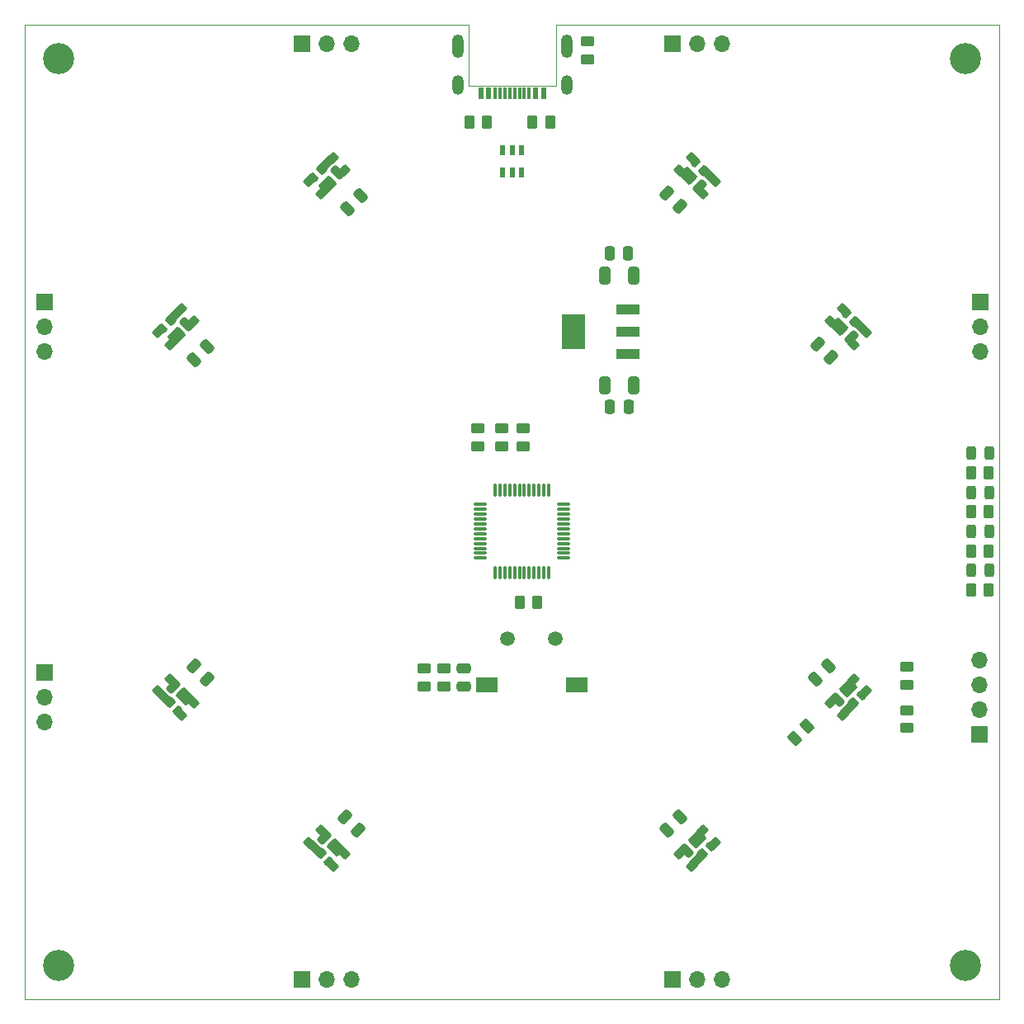
<source format=gts>
G04 #@! TF.GenerationSoftware,KiCad,Pcbnew,(6.0.5)*
G04 #@! TF.CreationDate,2022-06-26T21:29:14+02:00*
G04 #@! TF.ProjectId,5x5x2-part2,35783578-322d-4706-9172-74322e6b6963,rev?*
G04 #@! TF.SameCoordinates,Original*
G04 #@! TF.FileFunction,Soldermask,Top*
G04 #@! TF.FilePolarity,Negative*
%FSLAX46Y46*%
G04 Gerber Fmt 4.6, Leading zero omitted, Abs format (unit mm)*
G04 Created by KiCad (PCBNEW (6.0.5)) date 2022-06-26 21:29:14*
%MOMM*%
%LPD*%
G01*
G04 APERTURE LIST*
G04 Aperture macros list*
%AMRoundRect*
0 Rectangle with rounded corners*
0 $1 Rounding radius*
0 $2 $3 $4 $5 $6 $7 $8 $9 X,Y pos of 4 corners*
0 Add a 4 corners polygon primitive as box body*
4,1,4,$2,$3,$4,$5,$6,$7,$8,$9,$2,$3,0*
0 Add four circle primitives for the rounded corners*
1,1,$1+$1,$2,$3*
1,1,$1+$1,$4,$5*
1,1,$1+$1,$6,$7*
1,1,$1+$1,$8,$9*
0 Add four rect primitives between the rounded corners*
20,1,$1+$1,$2,$3,$4,$5,0*
20,1,$1+$1,$4,$5,$6,$7,0*
20,1,$1+$1,$6,$7,$8,$9,0*
20,1,$1+$1,$8,$9,$2,$3,0*%
G04 Aperture macros list end*
G04 #@! TA.AperFunction,Profile*
%ADD10C,0.100000*%
G04 #@! TD*
%ADD11RoundRect,0.219750X-0.424618X0.106066X0.106066X-0.424618X0.424618X-0.106066X-0.106066X0.424618X0*%
%ADD12RoundRect,0.232500X-0.512652X-0.212132X-0.212132X-0.512652X0.512652X0.212132X0.212132X0.512652X0*%
%ADD13RoundRect,0.225625X-0.354437X-0.026517X-0.026517X-0.354437X0.354437X0.026517X0.026517X0.354437X0*%
%ADD14RoundRect,0.020000X-0.866206X0.265165X0.265165X-0.866206X0.866206X-0.265165X-0.265165X0.866206X0*%
%ADD15RoundRect,0.219550X-0.283479X-0.106066X-0.106066X-0.283479X0.283479X0.106066X0.106066X0.283479X0*%
%ADD16RoundRect,0.220000X-0.707107X0.106066X0.106066X-0.707107X0.707107X-0.106066X-0.106066X0.707107X0*%
%ADD17RoundRect,0.250000X0.450000X-0.262500X0.450000X0.262500X-0.450000X0.262500X-0.450000X-0.262500X0*%
%ADD18RoundRect,0.250000X-0.250000X-0.475000X0.250000X-0.475000X0.250000X0.475000X-0.250000X0.475000X0*%
%ADD19RoundRect,0.250000X0.325000X0.650000X-0.325000X0.650000X-0.325000X-0.650000X0.325000X-0.650000X0*%
%ADD20RoundRect,0.232500X0.212132X-0.512652X0.512652X-0.212132X-0.212132X0.512652X-0.512652X0.212132X0*%
%ADD21RoundRect,0.219750X-0.106066X-0.424618X0.424618X0.106066X0.106066X0.424618X-0.424618X-0.106066X0*%
%ADD22RoundRect,0.020000X-0.265165X-0.866206X0.866206X0.265165X0.265165X0.866206X-0.866206X-0.265165X0*%
%ADD23RoundRect,0.225625X0.026517X-0.354437X0.354437X-0.026517X-0.026517X0.354437X-0.354437X0.026517X0*%
%ADD24RoundRect,0.219550X0.106066X-0.283479X0.283479X-0.106066X-0.106066X0.283479X-0.283479X0.106066X0*%
%ADD25RoundRect,0.220000X-0.106066X-0.707107X0.707107X0.106066X0.106066X0.707107X-0.707107X-0.106066X0*%
%ADD26RoundRect,0.250000X-0.159099X0.512652X-0.512652X0.159099X0.159099X-0.512652X0.512652X-0.159099X0*%
%ADD27RoundRect,0.250000X-0.512652X-0.159099X-0.159099X-0.512652X0.512652X0.159099X0.159099X0.512652X0*%
%ADD28C,1.500000*%
%ADD29RoundRect,0.250000X0.475000X-0.250000X0.475000X0.250000X-0.475000X0.250000X-0.475000X-0.250000X0*%
%ADD30C,3.200000*%
%ADD31R,1.700000X1.700000*%
%ADD32O,1.700000X1.700000*%
%ADD33R,2.180000X1.600000*%
%ADD34R,2.470000X0.980000*%
%ADD35R,2.470000X3.600000*%
%ADD36RoundRect,0.243750X0.243750X0.456250X-0.243750X0.456250X-0.243750X-0.456250X0.243750X-0.456250X0*%
%ADD37RoundRect,0.250000X0.132583X-0.503814X0.503814X-0.132583X-0.132583X0.503814X-0.503814X0.132583X0*%
%ADD38RoundRect,0.250000X0.159099X-0.512652X0.512652X-0.159099X-0.159099X0.512652X-0.512652X0.159099X0*%
%ADD39RoundRect,0.250000X0.250000X0.475000X-0.250000X0.475000X-0.250000X-0.475000X0.250000X-0.475000X0*%
%ADD40R,0.600000X1.300000*%
%ADD41R,0.300000X1.300000*%
%ADD42O,1.200000X2.000000*%
%ADD43O,1.200000X2.400000*%
%ADD44RoundRect,0.250000X-0.325000X-0.650000X0.325000X-0.650000X0.325000X0.650000X-0.325000X0.650000X0*%
%ADD45RoundRect,0.250000X0.262500X0.450000X-0.262500X0.450000X-0.262500X-0.450000X0.262500X-0.450000X0*%
%ADD46RoundRect,0.232500X0.512652X0.212132X0.212132X0.512652X-0.512652X-0.212132X-0.212132X-0.512652X0*%
%ADD47RoundRect,0.219750X0.424618X-0.106066X-0.106066X0.424618X-0.424618X0.106066X0.106066X-0.424618X0*%
%ADD48RoundRect,0.225625X0.354437X0.026517X0.026517X0.354437X-0.354437X-0.026517X-0.026517X-0.354437X0*%
%ADD49RoundRect,0.020000X0.866206X-0.265165X-0.265165X0.866206X-0.866206X0.265165X0.265165X-0.866206X0*%
%ADD50RoundRect,0.219550X0.283479X0.106066X0.106066X0.283479X-0.283479X-0.106066X-0.106066X-0.283479X0*%
%ADD51RoundRect,0.220000X0.707107X-0.106066X-0.106066X0.707107X-0.707107X0.106066X0.106066X-0.707107X0*%
%ADD52RoundRect,0.219750X0.106066X0.424618X-0.424618X-0.106066X-0.106066X-0.424618X0.424618X0.106066X0*%
%ADD53RoundRect,0.232500X-0.212132X0.512652X-0.512652X0.212132X0.212132X-0.512652X0.512652X-0.212132X0*%
%ADD54RoundRect,0.020000X0.265165X0.866206X-0.866206X-0.265165X-0.265165X-0.866206X0.866206X0.265165X0*%
%ADD55RoundRect,0.225625X-0.026517X0.354437X-0.354437X0.026517X0.026517X-0.354437X0.354437X-0.026517X0*%
%ADD56RoundRect,0.219550X-0.106066X0.283479X-0.283479X0.106066X0.106066X-0.283479X0.283479X-0.106066X0*%
%ADD57RoundRect,0.220000X0.106066X0.707107X-0.707107X-0.106066X-0.106066X-0.707107X0.707107X0.106066X0*%
%ADD58R,0.530000X1.070000*%
%ADD59O,0.270000X1.500000*%
%ADD60O,1.500000X0.270000*%
%ADD61RoundRect,0.250000X0.512652X0.159099X0.159099X0.512652X-0.512652X-0.159099X-0.159099X-0.512652X0*%
%ADD62RoundRect,0.250000X-0.450000X0.262500X-0.450000X-0.262500X0.450000X-0.262500X0.450000X0.262500X0*%
%ADD63RoundRect,0.250000X-0.262500X-0.450000X0.262500X-0.450000X0.262500X0.450000X-0.262500X0.450000X0*%
G04 APERTURE END LIST*
D10*
X240000000Y-38000000D02*
X240000000Y-138000000D01*
X240000000Y-138000000D02*
X140000000Y-138000000D01*
X140000000Y-138000000D02*
X140000000Y-38000000D01*
X194500000Y-38000000D02*
X194500000Y-44300000D01*
X185500000Y-38000000D02*
X140000000Y-38000000D01*
X194500000Y-38000000D02*
X240000000Y-38000000D01*
X194500000Y-44300000D02*
X185500000Y-44300000D01*
X185500000Y-44300000D02*
X185500000Y-38000000D01*
D11*
X154969670Y-105232233D03*
D12*
X155217157Y-105903984D03*
D11*
X153732233Y-106469670D03*
D13*
X154863604Y-107530330D03*
D14*
X154350951Y-107088388D03*
D15*
X155680312Y-108347038D03*
D11*
X156030330Y-108767767D03*
D16*
X156422774Y-106961109D03*
D11*
X157267767Y-107530330D03*
D17*
X181000000Y-105912500D03*
X181000000Y-104087500D03*
X191150000Y-81250000D03*
X191150000Y-79425000D03*
D18*
X200050000Y-77250000D03*
X201950000Y-77250000D03*
D19*
X202475000Y-63750000D03*
X199525000Y-63750000D03*
D20*
X207903984Y-122782843D03*
D21*
X207232233Y-123030330D03*
D22*
X209088388Y-123649049D03*
D23*
X209530330Y-123136396D03*
D21*
X208469670Y-124267767D03*
X210767767Y-121969670D03*
D24*
X210347038Y-122319688D03*
D25*
X208961109Y-121577226D03*
D21*
X209530330Y-120732233D03*
D26*
X158671751Y-71078249D03*
X157328249Y-72421751D03*
D27*
X172828249Y-119328249D03*
X174171751Y-120671751D03*
D28*
X189550000Y-101000000D03*
X194430000Y-101000000D03*
D29*
X185000000Y-105950000D03*
X185000000Y-104050000D03*
D17*
X197750000Y-41575000D03*
X197750000Y-39750000D03*
D30*
X236500000Y-41500000D03*
D31*
X206475000Y-39975000D03*
D32*
X209015000Y-39975000D03*
X211555000Y-39975000D03*
D33*
X196590000Y-105750000D03*
X187410000Y-105750000D03*
D34*
X201910000Y-71800000D03*
X201910000Y-69500000D03*
X201910000Y-67200000D03*
D35*
X196250000Y-69500000D03*
D36*
X238937500Y-86000000D03*
X237062500Y-86000000D03*
D37*
X219000000Y-111250000D03*
X220290470Y-109959530D03*
D30*
X236500000Y-134500000D03*
D31*
X168475000Y-39975000D03*
D32*
X171015000Y-39975000D03*
X173555000Y-39975000D03*
D38*
X221078249Y-105171751D03*
X222421751Y-103828249D03*
D39*
X201900000Y-61500000D03*
X200000000Y-61500000D03*
D40*
X193210000Y-45050000D03*
X192410000Y-45050000D03*
D41*
X191250000Y-45050000D03*
X190250000Y-45050000D03*
X189750000Y-45050000D03*
X188750000Y-45050000D03*
D40*
X187590000Y-45050000D03*
X186790000Y-45050000D03*
X186790000Y-45050000D03*
X187590000Y-45050000D03*
D41*
X188250000Y-45050000D03*
X189250000Y-45050000D03*
X190750000Y-45050000D03*
X191750000Y-45050000D03*
D40*
X192410000Y-45050000D03*
X193210000Y-45050000D03*
D42*
X195580000Y-44195000D03*
X184420000Y-44195000D03*
D43*
X195580000Y-40195000D03*
X184420000Y-40195000D03*
D27*
X157328249Y-103828249D03*
X158671751Y-105171751D03*
D44*
X199525000Y-75000000D03*
X202475000Y-75000000D03*
D45*
X238912500Y-96000000D03*
X237087500Y-96000000D03*
D31*
X142000000Y-104460000D03*
D32*
X142000000Y-107000000D03*
X142000000Y-109540000D03*
D17*
X230500000Y-110162500D03*
X230500000Y-108337500D03*
D46*
X224782843Y-70096016D03*
D47*
X225030330Y-70767767D03*
D48*
X225136396Y-68469670D03*
D49*
X225649049Y-68911612D03*
D47*
X226267767Y-69530330D03*
X223969670Y-67232233D03*
D50*
X224319688Y-67652962D03*
D51*
X223577226Y-69038891D03*
D47*
X222732233Y-68469670D03*
D17*
X230500000Y-105750000D03*
X230500000Y-103925000D03*
D52*
X157267767Y-68469670D03*
D53*
X156596016Y-68717157D03*
D54*
X155411612Y-67850951D03*
D55*
X154969670Y-68363604D03*
D52*
X156030330Y-67232233D03*
X153732233Y-69530330D03*
D56*
X154152962Y-69180312D03*
D52*
X154969670Y-70767767D03*
D57*
X155538891Y-69922774D03*
D47*
X209530330Y-55267767D03*
D46*
X209282843Y-54596016D03*
D48*
X209636396Y-52969670D03*
D49*
X210149049Y-53411612D03*
D47*
X210767767Y-54030330D03*
D50*
X208819688Y-52152962D03*
D47*
X208469670Y-51732233D03*
D51*
X208077226Y-53538891D03*
D47*
X207232233Y-52969670D03*
D31*
X142000000Y-66460000D03*
D32*
X142000000Y-69000000D03*
X142000000Y-71540000D03*
D30*
X143500000Y-134500000D03*
D36*
X238937500Y-90000000D03*
X237062500Y-90000000D03*
D26*
X174421751Y-55578249D03*
X173078249Y-56921751D03*
D58*
X190950000Y-50850000D03*
X190000000Y-50850000D03*
X189050000Y-50850000D03*
X189050000Y-53150000D03*
X190000000Y-53150000D03*
X190950000Y-53150000D03*
D31*
X206475000Y-135975000D03*
D32*
X209015000Y-135975000D03*
X211555000Y-135975000D03*
D59*
X188250000Y-94250000D03*
X188750000Y-94250000D03*
X189250000Y-94250000D03*
X189750000Y-94250000D03*
X190250000Y-94250000D03*
X190750000Y-94250000D03*
X191250000Y-94250000D03*
X191750000Y-94250000D03*
X192250000Y-94250000D03*
X192750000Y-94250000D03*
X193250000Y-94250000D03*
X193750000Y-94250000D03*
D60*
X195250000Y-92750000D03*
X195250000Y-92250000D03*
X195250000Y-91750000D03*
X195250000Y-91250000D03*
X195250000Y-90750000D03*
X195250000Y-90250000D03*
X195250000Y-89750000D03*
X195250000Y-89250000D03*
X195250000Y-88750000D03*
X195250000Y-88250000D03*
X195250000Y-87750000D03*
X195250000Y-87250000D03*
D59*
X193750000Y-85750000D03*
X193250000Y-85750000D03*
X192750000Y-85750000D03*
X192250000Y-85750000D03*
X191750000Y-85750000D03*
X191250000Y-85750000D03*
X190750000Y-85750000D03*
X190250000Y-85750000D03*
X189750000Y-85750000D03*
X189250000Y-85750000D03*
X188750000Y-85750000D03*
X188250000Y-85750000D03*
D60*
X186750000Y-87250000D03*
X186750000Y-87750000D03*
X186750000Y-88250000D03*
X186750000Y-88750000D03*
X186750000Y-89250000D03*
X186750000Y-89750000D03*
X186750000Y-90250000D03*
X186750000Y-90750000D03*
X186750000Y-91250000D03*
X186750000Y-91750000D03*
X186750000Y-92250000D03*
X186750000Y-92750000D03*
D38*
X205828249Y-120671751D03*
X207171751Y-119328249D03*
D45*
X192575000Y-97250000D03*
X190750000Y-97250000D03*
X238912500Y-92000000D03*
X237087500Y-92000000D03*
X238912500Y-88000000D03*
X237087500Y-88000000D03*
D61*
X222671751Y-72171751D03*
X221328249Y-70828249D03*
D20*
X223403984Y-107282843D03*
D21*
X222732233Y-107530330D03*
D23*
X225030330Y-107636396D03*
D22*
X224588388Y-108149049D03*
D21*
X223969670Y-108767767D03*
X226267767Y-106469670D03*
D24*
X225847038Y-106819688D03*
D21*
X225030330Y-105232233D03*
D25*
X224461109Y-106077226D03*
D61*
X207171751Y-56671751D03*
X205828249Y-55328249D03*
D45*
X238912500Y-84000000D03*
X237087500Y-84000000D03*
D52*
X172767767Y-52969670D03*
D53*
X172096016Y-53217157D03*
D54*
X170911612Y-52350951D03*
D52*
X171530330Y-51732233D03*
D55*
X170469670Y-52863604D03*
D52*
X169232233Y-54030330D03*
D56*
X169652962Y-53680312D03*
D57*
X171038891Y-54422774D03*
D52*
X170469670Y-55267767D03*
D62*
X186500000Y-79425000D03*
X186500000Y-81250000D03*
X183000000Y-104087500D03*
X183000000Y-105912500D03*
D36*
X238937500Y-94000000D03*
X237062500Y-94000000D03*
D30*
X143500000Y-41500000D03*
D63*
X185587500Y-48000000D03*
X187412500Y-48000000D03*
D36*
X238937500Y-82000000D03*
X237062500Y-82000000D03*
D11*
X170469670Y-120732233D03*
D12*
X170717157Y-121403984D03*
D11*
X169232233Y-121969670D03*
D13*
X170363604Y-123030330D03*
D14*
X169850951Y-122588388D03*
D11*
X171530330Y-124267767D03*
D15*
X171180312Y-123847038D03*
D11*
X172767767Y-123030330D03*
D16*
X171922774Y-122461109D03*
D45*
X193912500Y-48000000D03*
X192087500Y-48000000D03*
D17*
X188900000Y-81250000D03*
X188900000Y-79425000D03*
D31*
X237975000Y-110830000D03*
D32*
X237975000Y-108290000D03*
X237975000Y-105750000D03*
X237975000Y-103210000D03*
D31*
X238000000Y-66460000D03*
D32*
X238000000Y-69000000D03*
X238000000Y-71540000D03*
D31*
X168475000Y-135975000D03*
D32*
X171015000Y-135975000D03*
X173555000Y-135975000D03*
M02*

</source>
